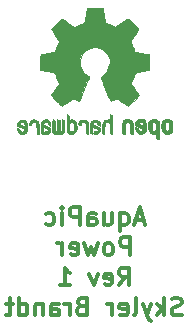
<source format=gbo>
G04 #@! TF.FileFunction,Legend,Bot*
%FSLAX46Y46*%
G04 Gerber Fmt 4.6, Leading zero omitted, Abs format (unit mm)*
G04 Created by KiCad (PCBNEW 4.0.4-stable) date 11/14/16 12:13:18*
%MOMM*%
%LPD*%
G01*
G04 APERTURE LIST*
%ADD10C,0.150000*%
%ADD11C,0.300000*%
%ADD12C,0.010000*%
G04 APERTURE END LIST*
D10*
D11*
X54142857Y30575000D02*
X53428571Y30575000D01*
X54285714Y30146429D02*
X53785714Y31646429D01*
X53285714Y30146429D01*
X52142857Y31146429D02*
X52142857Y29646429D01*
X52142857Y30217857D02*
X52285714Y30146429D01*
X52571428Y30146429D01*
X52714286Y30217857D01*
X52785714Y30289286D01*
X52857143Y30432143D01*
X52857143Y30860714D01*
X52785714Y31003571D01*
X52714286Y31075000D01*
X52571428Y31146429D01*
X52285714Y31146429D01*
X52142857Y31075000D01*
X50785714Y31146429D02*
X50785714Y30146429D01*
X51428571Y31146429D02*
X51428571Y30360714D01*
X51357143Y30217857D01*
X51214285Y30146429D01*
X51000000Y30146429D01*
X50857143Y30217857D01*
X50785714Y30289286D01*
X49428571Y30146429D02*
X49428571Y30932143D01*
X49500000Y31075000D01*
X49642857Y31146429D01*
X49928571Y31146429D01*
X50071428Y31075000D01*
X49428571Y30217857D02*
X49571428Y30146429D01*
X49928571Y30146429D01*
X50071428Y30217857D01*
X50142857Y30360714D01*
X50142857Y30503571D01*
X50071428Y30646429D01*
X49928571Y30717857D01*
X49571428Y30717857D01*
X49428571Y30789286D01*
X48714285Y30146429D02*
X48714285Y31646429D01*
X48142857Y31646429D01*
X47999999Y31575000D01*
X47928571Y31503571D01*
X47857142Y31360714D01*
X47857142Y31146429D01*
X47928571Y31003571D01*
X47999999Y30932143D01*
X48142857Y30860714D01*
X48714285Y30860714D01*
X47214285Y30146429D02*
X47214285Y31146429D01*
X47214285Y31646429D02*
X47285714Y31575000D01*
X47214285Y31503571D01*
X47142857Y31575000D01*
X47214285Y31646429D01*
X47214285Y31503571D01*
X45857142Y30217857D02*
X45999999Y30146429D01*
X46285713Y30146429D01*
X46428571Y30217857D01*
X46499999Y30289286D01*
X46571428Y30432143D01*
X46571428Y30860714D01*
X46499999Y31003571D01*
X46428571Y31075000D01*
X46285713Y31146429D01*
X45999999Y31146429D01*
X45857142Y31075000D01*
X52964285Y27596429D02*
X52964285Y29096429D01*
X52392857Y29096429D01*
X52249999Y29025000D01*
X52178571Y28953571D01*
X52107142Y28810714D01*
X52107142Y28596429D01*
X52178571Y28453571D01*
X52249999Y28382143D01*
X52392857Y28310714D01*
X52964285Y28310714D01*
X51249999Y27596429D02*
X51392857Y27667857D01*
X51464285Y27739286D01*
X51535714Y27882143D01*
X51535714Y28310714D01*
X51464285Y28453571D01*
X51392857Y28525000D01*
X51249999Y28596429D01*
X51035714Y28596429D01*
X50892857Y28525000D01*
X50821428Y28453571D01*
X50749999Y28310714D01*
X50749999Y27882143D01*
X50821428Y27739286D01*
X50892857Y27667857D01*
X51035714Y27596429D01*
X51249999Y27596429D01*
X50249999Y28596429D02*
X49964285Y27596429D01*
X49678571Y28310714D01*
X49392856Y27596429D01*
X49107142Y28596429D01*
X47964285Y27667857D02*
X48107142Y27596429D01*
X48392856Y27596429D01*
X48535713Y27667857D01*
X48607142Y27810714D01*
X48607142Y28382143D01*
X48535713Y28525000D01*
X48392856Y28596429D01*
X48107142Y28596429D01*
X47964285Y28525000D01*
X47892856Y28382143D01*
X47892856Y28239286D01*
X48607142Y28096429D01*
X47249999Y27596429D02*
X47249999Y28596429D01*
X47249999Y28310714D02*
X47178571Y28453571D01*
X47107142Y28525000D01*
X46964285Y28596429D01*
X46821428Y28596429D01*
X52035713Y25046429D02*
X52535713Y25760714D01*
X52892856Y25046429D02*
X52892856Y26546429D01*
X52321428Y26546429D01*
X52178570Y26475000D01*
X52107142Y26403571D01*
X52035713Y26260714D01*
X52035713Y26046429D01*
X52107142Y25903571D01*
X52178570Y25832143D01*
X52321428Y25760714D01*
X52892856Y25760714D01*
X50821428Y25117857D02*
X50964285Y25046429D01*
X51249999Y25046429D01*
X51392856Y25117857D01*
X51464285Y25260714D01*
X51464285Y25832143D01*
X51392856Y25975000D01*
X51249999Y26046429D01*
X50964285Y26046429D01*
X50821428Y25975000D01*
X50749999Y25832143D01*
X50749999Y25689286D01*
X51464285Y25546429D01*
X50249999Y26046429D02*
X49892856Y25046429D01*
X49535714Y26046429D01*
X47035714Y25046429D02*
X47892857Y25046429D01*
X47464285Y25046429D02*
X47464285Y26546429D01*
X47607142Y26332143D01*
X47750000Y26189286D01*
X47892857Y26117857D01*
X57357142Y22567857D02*
X57142856Y22496429D01*
X56785713Y22496429D01*
X56642856Y22567857D01*
X56571427Y22639286D01*
X56499999Y22782143D01*
X56499999Y22925000D01*
X56571427Y23067857D01*
X56642856Y23139286D01*
X56785713Y23210714D01*
X57071427Y23282143D01*
X57214285Y23353571D01*
X57285713Y23425000D01*
X57357142Y23567857D01*
X57357142Y23710714D01*
X57285713Y23853571D01*
X57214285Y23925000D01*
X57071427Y23996429D01*
X56714285Y23996429D01*
X56499999Y23925000D01*
X55857142Y22496429D02*
X55857142Y23996429D01*
X55714285Y23067857D02*
X55285714Y22496429D01*
X55285714Y23496429D02*
X55857142Y22925000D01*
X54785713Y23496429D02*
X54428570Y22496429D01*
X54071428Y23496429D02*
X54428570Y22496429D01*
X54571428Y22139286D01*
X54642856Y22067857D01*
X54785713Y21996429D01*
X53285713Y22496429D02*
X53428571Y22567857D01*
X53499999Y22710714D01*
X53499999Y23996429D01*
X52142857Y22567857D02*
X52285714Y22496429D01*
X52571428Y22496429D01*
X52714285Y22567857D01*
X52785714Y22710714D01*
X52785714Y23282143D01*
X52714285Y23425000D01*
X52571428Y23496429D01*
X52285714Y23496429D01*
X52142857Y23425000D01*
X52071428Y23282143D01*
X52071428Y23139286D01*
X52785714Y22996429D01*
X51428571Y22496429D02*
X51428571Y23496429D01*
X51428571Y23210714D02*
X51357143Y23353571D01*
X51285714Y23425000D01*
X51142857Y23496429D01*
X51000000Y23496429D01*
X48857143Y23282143D02*
X48642857Y23210714D01*
X48571429Y23139286D01*
X48500000Y22996429D01*
X48500000Y22782143D01*
X48571429Y22639286D01*
X48642857Y22567857D01*
X48785715Y22496429D01*
X49357143Y22496429D01*
X49357143Y23996429D01*
X48857143Y23996429D01*
X48714286Y23925000D01*
X48642857Y23853571D01*
X48571429Y23710714D01*
X48571429Y23567857D01*
X48642857Y23425000D01*
X48714286Y23353571D01*
X48857143Y23282143D01*
X49357143Y23282143D01*
X47857143Y22496429D02*
X47857143Y23496429D01*
X47857143Y23210714D02*
X47785715Y23353571D01*
X47714286Y23425000D01*
X47571429Y23496429D01*
X47428572Y23496429D01*
X46285715Y22496429D02*
X46285715Y23282143D01*
X46357144Y23425000D01*
X46500001Y23496429D01*
X46785715Y23496429D01*
X46928572Y23425000D01*
X46285715Y22567857D02*
X46428572Y22496429D01*
X46785715Y22496429D01*
X46928572Y22567857D01*
X47000001Y22710714D01*
X47000001Y22853571D01*
X46928572Y22996429D01*
X46785715Y23067857D01*
X46428572Y23067857D01*
X46285715Y23139286D01*
X45571429Y23496429D02*
X45571429Y22496429D01*
X45571429Y23353571D02*
X45500001Y23425000D01*
X45357143Y23496429D01*
X45142858Y23496429D01*
X45000001Y23425000D01*
X44928572Y23282143D01*
X44928572Y22496429D01*
X43571429Y22496429D02*
X43571429Y23996429D01*
X43571429Y22567857D02*
X43714286Y22496429D01*
X44000000Y22496429D01*
X44142858Y22567857D01*
X44214286Y22639286D01*
X44285715Y22782143D01*
X44285715Y23210714D01*
X44214286Y23353571D01*
X44142858Y23425000D01*
X44000000Y23496429D01*
X43714286Y23496429D01*
X43571429Y23425000D01*
X43071429Y23496429D02*
X42500000Y23496429D01*
X42857143Y23996429D02*
X42857143Y22710714D01*
X42785715Y22567857D01*
X42642857Y22496429D01*
X42500000Y22496429D01*
D12*
G36*
X54828100Y39138097D02*
X54716550Y39082478D01*
X54618092Y38980069D01*
X54590977Y38942136D01*
X54561438Y38892500D01*
X54542272Y38838588D01*
X54531307Y38766636D01*
X54526371Y38662878D01*
X54525287Y38525899D01*
X54530182Y38338185D01*
X54547196Y38197242D01*
X54579823Y38092092D01*
X54631558Y38011757D01*
X54705896Y37945259D01*
X54711358Y37941322D01*
X54784620Y37901047D01*
X54872840Y37881120D01*
X54985038Y37876207D01*
X55167433Y37876207D01*
X55167509Y37699143D01*
X55169207Y37600530D01*
X55179550Y37542686D01*
X55206578Y37507994D01*
X55258332Y37478836D01*
X55270761Y37472879D01*
X55328923Y37444961D01*
X55373956Y37427328D01*
X55407441Y37425806D01*
X55430962Y37446219D01*
X55446100Y37494393D01*
X55454437Y37576154D01*
X55457556Y37697328D01*
X55457040Y37863740D01*
X55454471Y38081215D01*
X55453668Y38146264D01*
X55450778Y38370498D01*
X55448188Y38517179D01*
X55167586Y38517179D01*
X55166009Y38392674D01*
X55159000Y38311213D01*
X55143142Y38257485D01*
X55115019Y38216177D01*
X55095925Y38196029D01*
X55017865Y38137079D01*
X54948753Y38132280D01*
X54877440Y38180962D01*
X54875632Y38182759D01*
X54846617Y38220382D01*
X54828967Y38271516D01*
X54820064Y38350262D01*
X54817291Y38470724D01*
X54817241Y38497412D01*
X54823942Y38663417D01*
X54845752Y38778495D01*
X54885235Y38848746D01*
X54944956Y38880271D01*
X54979472Y38883448D01*
X55061389Y38868540D01*
X55117579Y38819452D01*
X55151402Y38729638D01*
X55166220Y38592555D01*
X55167586Y38517179D01*
X55448188Y38517179D01*
X55447713Y38544048D01*
X55443753Y38674618D01*
X55438174Y38769913D01*
X55430254Y38837636D01*
X55419269Y38885493D01*
X55404499Y38921187D01*
X55385218Y38952422D01*
X55376951Y38964176D01*
X55267288Y39075203D01*
X55128635Y39138153D01*
X54968246Y39155703D01*
X54828100Y39138097D01*
X54828100Y39138097D01*
G37*
X54828100Y39138097D02*
X54716550Y39082478D01*
X54618092Y38980069D01*
X54590977Y38942136D01*
X54561438Y38892500D01*
X54542272Y38838588D01*
X54531307Y38766636D01*
X54526371Y38662878D01*
X54525287Y38525899D01*
X54530182Y38338185D01*
X54547196Y38197242D01*
X54579823Y38092092D01*
X54631558Y38011757D01*
X54705896Y37945259D01*
X54711358Y37941322D01*
X54784620Y37901047D01*
X54872840Y37881120D01*
X54985038Y37876207D01*
X55167433Y37876207D01*
X55167509Y37699143D01*
X55169207Y37600530D01*
X55179550Y37542686D01*
X55206578Y37507994D01*
X55258332Y37478836D01*
X55270761Y37472879D01*
X55328923Y37444961D01*
X55373956Y37427328D01*
X55407441Y37425806D01*
X55430962Y37446219D01*
X55446100Y37494393D01*
X55454437Y37576154D01*
X55457556Y37697328D01*
X55457040Y37863740D01*
X55454471Y38081215D01*
X55453668Y38146264D01*
X55450778Y38370498D01*
X55448188Y38517179D01*
X55167586Y38517179D01*
X55166009Y38392674D01*
X55159000Y38311213D01*
X55143142Y38257485D01*
X55115019Y38216177D01*
X55095925Y38196029D01*
X55017865Y38137079D01*
X54948753Y38132280D01*
X54877440Y38180962D01*
X54875632Y38182759D01*
X54846617Y38220382D01*
X54828967Y38271516D01*
X54820064Y38350262D01*
X54817291Y38470724D01*
X54817241Y38497412D01*
X54823942Y38663417D01*
X54845752Y38778495D01*
X54885235Y38848746D01*
X54944956Y38880271D01*
X54979472Y38883448D01*
X55061389Y38868540D01*
X55117579Y38819452D01*
X55151402Y38729638D01*
X55166220Y38592555D01*
X55167586Y38517179D01*
X55448188Y38517179D01*
X55447713Y38544048D01*
X55443753Y38674618D01*
X55438174Y38769913D01*
X55430254Y38837636D01*
X55419269Y38885493D01*
X55404499Y38921187D01*
X55385218Y38952422D01*
X55376951Y38964176D01*
X55267288Y39075203D01*
X55128635Y39138153D01*
X54968246Y39155703D01*
X54828100Y39138097D01*
G36*
X52582571Y39122281D02*
X52488877Y39068086D01*
X52423736Y39014293D01*
X52376093Y38957934D01*
X52343272Y38889013D01*
X52322594Y38797532D01*
X52311380Y38673494D01*
X52306951Y38506902D01*
X52306437Y38387149D01*
X52306437Y37946341D01*
X52430517Y37890717D01*
X52554598Y37835093D01*
X52569195Y38317905D01*
X52575227Y38498221D01*
X52581555Y38629099D01*
X52589394Y38719489D01*
X52599963Y38778336D01*
X52614477Y38814587D01*
X52634152Y38837190D01*
X52640465Y38842083D01*
X52736112Y38880294D01*
X52832793Y38865173D01*
X52890345Y38825057D01*
X52913755Y38796630D01*
X52929961Y38759328D01*
X52940259Y38702777D01*
X52945951Y38616606D01*
X52948336Y38490442D01*
X52948736Y38358958D01*
X52948814Y38194001D01*
X52951639Y38077239D01*
X52961093Y37998490D01*
X52981060Y37947569D01*
X53015424Y37914294D01*
X53068068Y37888480D01*
X53138383Y37861656D01*
X53215180Y37832458D01*
X53206038Y38350654D01*
X53202357Y38537461D01*
X53198050Y38675510D01*
X53191877Y38774432D01*
X53182598Y38843855D01*
X53168973Y38893410D01*
X53149761Y38932727D01*
X53126598Y38967416D01*
X53014848Y39078230D01*
X52878487Y39142311D01*
X52730175Y39157661D01*
X52582571Y39122281D01*
X52582571Y39122281D01*
G37*
X52582571Y39122281D02*
X52488877Y39068086D01*
X52423736Y39014293D01*
X52376093Y38957934D01*
X52343272Y38889013D01*
X52322594Y38797532D01*
X52311380Y38673494D01*
X52306951Y38506902D01*
X52306437Y38387149D01*
X52306437Y37946341D01*
X52430517Y37890717D01*
X52554598Y37835093D01*
X52569195Y38317905D01*
X52575227Y38498221D01*
X52581555Y38629099D01*
X52589394Y38719489D01*
X52599963Y38778336D01*
X52614477Y38814587D01*
X52634152Y38837190D01*
X52640465Y38842083D01*
X52736112Y38880294D01*
X52832793Y38865173D01*
X52890345Y38825057D01*
X52913755Y38796630D01*
X52929961Y38759328D01*
X52940259Y38702777D01*
X52945951Y38616606D01*
X52948336Y38490442D01*
X52948736Y38358958D01*
X52948814Y38194001D01*
X52951639Y38077239D01*
X52961093Y37998490D01*
X52981060Y37947569D01*
X53015424Y37914294D01*
X53068068Y37888480D01*
X53138383Y37861656D01*
X53215180Y37832458D01*
X53206038Y38350654D01*
X53202357Y38537461D01*
X53198050Y38675510D01*
X53191877Y38774432D01*
X53182598Y38843855D01*
X53168973Y38893410D01*
X53149761Y38932727D01*
X53126598Y38967416D01*
X53014848Y39078230D01*
X52878487Y39142311D01*
X52730175Y39157661D01*
X52582571Y39122281D01*
G36*
X55951779Y39133985D02*
X55814939Y39062032D01*
X55713949Y38946234D01*
X55678075Y38871787D01*
X55650161Y38760008D01*
X55635871Y38618773D01*
X55634516Y38464629D01*
X55645405Y38314121D01*
X55667847Y38183795D01*
X55701150Y38090197D01*
X55711385Y38074078D01*
X55832618Y37953751D01*
X55976613Y37881683D01*
X56132861Y37860592D01*
X56290852Y37893198D01*
X56334820Y37912747D01*
X56420444Y37972988D01*
X56495592Y38052865D01*
X56502694Y38062996D01*
X56531561Y38111819D01*
X56550643Y38164010D01*
X56561916Y38232715D01*
X56567355Y38331082D01*
X56568938Y38472256D01*
X56568965Y38503908D01*
X56568893Y38513981D01*
X56277011Y38513981D01*
X56275313Y38380744D01*
X56268628Y38292326D01*
X56254575Y38235215D01*
X56230771Y38195898D01*
X56218621Y38182759D01*
X56148764Y38132828D01*
X56080941Y38135105D01*
X56012365Y38178416D01*
X55971465Y38224654D01*
X55947242Y38292143D01*
X55933639Y38398567D01*
X55932706Y38410980D01*
X55930384Y38603853D01*
X55954650Y38747100D01*
X56005176Y38839840D01*
X56081632Y38881193D01*
X56108924Y38883448D01*
X56180589Y38872107D01*
X56229610Y38832816D01*
X56259582Y38757674D01*
X56274101Y38638778D01*
X56277011Y38513981D01*
X56568893Y38513981D01*
X56567878Y38654341D01*
X56563312Y38759451D01*
X56553312Y38832286D01*
X56535921Y38885892D01*
X56509184Y38933319D01*
X56503276Y38942136D01*
X56403968Y39060993D01*
X56295758Y39129992D01*
X56164019Y39157381D01*
X56119283Y39158719D01*
X55951779Y39133985D01*
X55951779Y39133985D01*
G37*
X55951779Y39133985D02*
X55814939Y39062032D01*
X55713949Y38946234D01*
X55678075Y38871787D01*
X55650161Y38760008D01*
X55635871Y38618773D01*
X55634516Y38464629D01*
X55645405Y38314121D01*
X55667847Y38183795D01*
X55701150Y38090197D01*
X55711385Y38074078D01*
X55832618Y37953751D01*
X55976613Y37881683D01*
X56132861Y37860592D01*
X56290852Y37893198D01*
X56334820Y37912747D01*
X56420444Y37972988D01*
X56495592Y38052865D01*
X56502694Y38062996D01*
X56531561Y38111819D01*
X56550643Y38164010D01*
X56561916Y38232715D01*
X56567355Y38331082D01*
X56568938Y38472256D01*
X56568965Y38503908D01*
X56568893Y38513981D01*
X56277011Y38513981D01*
X56275313Y38380744D01*
X56268628Y38292326D01*
X56254575Y38235215D01*
X56230771Y38195898D01*
X56218621Y38182759D01*
X56148764Y38132828D01*
X56080941Y38135105D01*
X56012365Y38178416D01*
X55971465Y38224654D01*
X55947242Y38292143D01*
X55933639Y38398567D01*
X55932706Y38410980D01*
X55930384Y38603853D01*
X55954650Y38747100D01*
X56005176Y38839840D01*
X56081632Y38881193D01*
X56108924Y38883448D01*
X56180589Y38872107D01*
X56229610Y38832816D01*
X56259582Y38757674D01*
X56274101Y38638778D01*
X56277011Y38513981D01*
X56568893Y38513981D01*
X56567878Y38654341D01*
X56563312Y38759451D01*
X56553312Y38832286D01*
X56535921Y38885892D01*
X56509184Y38933319D01*
X56503276Y38942136D01*
X56403968Y39060993D01*
X56295758Y39129992D01*
X56164019Y39157381D01*
X56119283Y39158719D01*
X55951779Y39133985D01*
G36*
X53684448Y39115324D02*
X53569342Y39037889D01*
X53480389Y38926051D01*
X53427251Y38783735D01*
X53416503Y38678985D01*
X53417724Y38635274D01*
X53427944Y38601806D01*
X53456039Y38571821D01*
X53510884Y38538560D01*
X53601355Y38495262D01*
X53736328Y38435167D01*
X53737011Y38434866D01*
X53861249Y38377963D01*
X53963127Y38327435D01*
X54032233Y38288720D01*
X54058154Y38267260D01*
X54058161Y38267087D01*
X54035315Y38220356D01*
X53981891Y38168846D01*
X53920558Y38131739D01*
X53889485Y38124368D01*
X53804711Y38149862D01*
X53731707Y38213709D01*
X53696087Y38283906D01*
X53661820Y38335657D01*
X53594697Y38394591D01*
X53515792Y38445504D01*
X53446179Y38473191D01*
X53431623Y38474713D01*
X53415237Y38449679D01*
X53414250Y38385689D01*
X53426292Y38299407D01*
X53448993Y38207499D01*
X53479986Y38126631D01*
X53481552Y38123491D01*
X53574819Y37993266D01*
X53695696Y37904689D01*
X53832973Y37861214D01*
X53975440Y37866294D01*
X54111888Y37923384D01*
X54117955Y37927398D01*
X54225290Y38024674D01*
X54295868Y38151591D01*
X54334926Y38318474D01*
X54340168Y38365361D01*
X54349452Y38586671D01*
X54338322Y38689876D01*
X54058161Y38689876D01*
X54054521Y38625497D01*
X54034611Y38606709D01*
X53984974Y38620765D01*
X53906733Y38653991D01*
X53819274Y38695641D01*
X53817101Y38696744D01*
X53742970Y38735735D01*
X53713219Y38761756D01*
X53720555Y38789035D01*
X53751447Y38824879D01*
X53830040Y38876749D01*
X53914677Y38880561D01*
X53990597Y38842811D01*
X54043035Y38769999D01*
X54058161Y38689876D01*
X54338322Y38689876D01*
X54330356Y38763739D01*
X54281366Y38904171D01*
X54213164Y39002553D01*
X54090065Y39101970D01*
X53954472Y39151289D01*
X53816045Y39154432D01*
X53684448Y39115324D01*
X53684448Y39115324D01*
G37*
X53684448Y39115324D02*
X53569342Y39037889D01*
X53480389Y38926051D01*
X53427251Y38783735D01*
X53416503Y38678985D01*
X53417724Y38635274D01*
X53427944Y38601806D01*
X53456039Y38571821D01*
X53510884Y38538560D01*
X53601355Y38495262D01*
X53736328Y38435167D01*
X53737011Y38434866D01*
X53861249Y38377963D01*
X53963127Y38327435D01*
X54032233Y38288720D01*
X54058154Y38267260D01*
X54058161Y38267087D01*
X54035315Y38220356D01*
X53981891Y38168846D01*
X53920558Y38131739D01*
X53889485Y38124368D01*
X53804711Y38149862D01*
X53731707Y38213709D01*
X53696087Y38283906D01*
X53661820Y38335657D01*
X53594697Y38394591D01*
X53515792Y38445504D01*
X53446179Y38473191D01*
X53431623Y38474713D01*
X53415237Y38449679D01*
X53414250Y38385689D01*
X53426292Y38299407D01*
X53448993Y38207499D01*
X53479986Y38126631D01*
X53481552Y38123491D01*
X53574819Y37993266D01*
X53695696Y37904689D01*
X53832973Y37861214D01*
X53975440Y37866294D01*
X54111888Y37923384D01*
X54117955Y37927398D01*
X54225290Y38024674D01*
X54295868Y38151591D01*
X54334926Y38318474D01*
X54340168Y38365361D01*
X54349452Y38586671D01*
X54338322Y38689876D01*
X54058161Y38689876D01*
X54054521Y38625497D01*
X54034611Y38606709D01*
X53984974Y38620765D01*
X53906733Y38653991D01*
X53819274Y38695641D01*
X53817101Y38696744D01*
X53742970Y38735735D01*
X53713219Y38761756D01*
X53720555Y38789035D01*
X53751447Y38824879D01*
X53830040Y38876749D01*
X53914677Y38880561D01*
X53990597Y38842811D01*
X54043035Y38769999D01*
X54058161Y38689876D01*
X54338322Y38689876D01*
X54330356Y38763739D01*
X54281366Y38904171D01*
X54213164Y39002553D01*
X54090065Y39101970D01*
X53954472Y39151289D01*
X53816045Y39154432D01*
X53684448Y39115324D01*
G36*
X51255402Y39276143D02*
X51246846Y39156812D01*
X51237019Y39086494D01*
X51223401Y39055821D01*
X51203473Y39055429D01*
X51197011Y39059090D01*
X51111060Y39085602D01*
X50999255Y39084054D01*
X50885586Y39056801D01*
X50814490Y39021545D01*
X50741595Y38965222D01*
X50688307Y38901481D01*
X50651725Y38820490D01*
X50628950Y38712414D01*
X50617081Y38567420D01*
X50613218Y38375674D01*
X50613149Y38338891D01*
X50613103Y37925712D01*
X50705046Y37893661D01*
X50770348Y37871856D01*
X50806176Y37861703D01*
X50807230Y37861609D01*
X50810758Y37889140D01*
X50813761Y37965077D01*
X50816010Y38079435D01*
X50817276Y38222231D01*
X50817471Y38309049D01*
X50817877Y38480227D01*
X50819968Y38602912D01*
X50825053Y38687000D01*
X50834440Y38742386D01*
X50849439Y38778968D01*
X50871358Y38806641D01*
X50885043Y38819968D01*
X50979051Y38873672D01*
X51081636Y38877693D01*
X51174710Y38832275D01*
X51191922Y38815877D01*
X51217168Y38785043D01*
X51234680Y38748469D01*
X51245858Y38695585D01*
X51252104Y38615823D01*
X51254818Y38498615D01*
X51255402Y38337009D01*
X51255402Y37925712D01*
X51347345Y37893661D01*
X51412647Y37871856D01*
X51448475Y37861703D01*
X51449529Y37861609D01*
X51452225Y37889552D01*
X51454655Y37968370D01*
X51456722Y38090547D01*
X51458329Y38248568D01*
X51459377Y38434917D01*
X51459769Y38642080D01*
X51459770Y38651294D01*
X51459770Y39440980D01*
X51364885Y39481003D01*
X51270000Y39521027D01*
X51255402Y39276143D01*
X51255402Y39276143D01*
G37*
X51255402Y39276143D02*
X51246846Y39156812D01*
X51237019Y39086494D01*
X51223401Y39055821D01*
X51203473Y39055429D01*
X51197011Y39059090D01*
X51111060Y39085602D01*
X50999255Y39084054D01*
X50885586Y39056801D01*
X50814490Y39021545D01*
X50741595Y38965222D01*
X50688307Y38901481D01*
X50651725Y38820490D01*
X50628950Y38712414D01*
X50617081Y38567420D01*
X50613218Y38375674D01*
X50613149Y38338891D01*
X50613103Y37925712D01*
X50705046Y37893661D01*
X50770348Y37871856D01*
X50806176Y37861703D01*
X50807230Y37861609D01*
X50810758Y37889140D01*
X50813761Y37965077D01*
X50816010Y38079435D01*
X50817276Y38222231D01*
X50817471Y38309049D01*
X50817877Y38480227D01*
X50819968Y38602912D01*
X50825053Y38687000D01*
X50834440Y38742386D01*
X50849439Y38778968D01*
X50871358Y38806641D01*
X50885043Y38819968D01*
X50979051Y38873672D01*
X51081636Y38877693D01*
X51174710Y38832275D01*
X51191922Y38815877D01*
X51217168Y38785043D01*
X51234680Y38748469D01*
X51245858Y38695585D01*
X51252104Y38615823D01*
X51254818Y38498615D01*
X51255402Y38337009D01*
X51255402Y37925712D01*
X51347345Y37893661D01*
X51412647Y37871856D01*
X51448475Y37861703D01*
X51449529Y37861609D01*
X51452225Y37889552D01*
X51454655Y37968370D01*
X51456722Y38090547D01*
X51458329Y38248568D01*
X51459377Y38434917D01*
X51459769Y38642080D01*
X51459770Y38651294D01*
X51459770Y39440980D01*
X51364885Y39481003D01*
X51270000Y39521027D01*
X51255402Y39276143D01*
G36*
X49920056Y39075640D02*
X49805657Y39033158D01*
X49804348Y39032342D01*
X49733597Y38980270D01*
X49681364Y38919416D01*
X49644629Y38840113D01*
X49620366Y38732691D01*
X49605555Y38587483D01*
X49597171Y38394821D01*
X49596436Y38367372D01*
X49585880Y37953479D01*
X49674709Y37907544D01*
X49738982Y37876502D01*
X49777790Y37861794D01*
X49779585Y37861609D01*
X49786300Y37888750D01*
X49791635Y37961959D01*
X49794917Y38068919D01*
X49795632Y38155531D01*
X49795649Y38295838D01*
X49802063Y38383949D01*
X49824420Y38425975D01*
X49872268Y38428025D01*
X49955151Y38396210D01*
X50080287Y38337728D01*
X50172303Y38289155D01*
X50219629Y38247014D01*
X50233542Y38201084D01*
X50233563Y38198811D01*
X50210605Y38119689D01*
X50142630Y38076945D01*
X50038602Y38070754D01*
X49963670Y38071828D01*
X49924161Y38050247D01*
X49899522Y37998409D01*
X49885341Y37932368D01*
X49905777Y37894896D01*
X49913472Y37889533D01*
X49985917Y37867994D01*
X50087367Y37864945D01*
X50191843Y37879222D01*
X50265875Y37905312D01*
X50368228Y37992215D01*
X50426409Y38113184D01*
X50437931Y38207692D01*
X50429138Y38292938D01*
X50397320Y38362524D01*
X50334316Y38424328D01*
X50231969Y38486228D01*
X50082118Y38556103D01*
X50072988Y38560052D01*
X49938003Y38622412D01*
X49854706Y38673554D01*
X49819003Y38719512D01*
X49826797Y38766317D01*
X49873993Y38820002D01*
X49888106Y38832356D01*
X49982641Y38880259D01*
X50080594Y38878242D01*
X50165903Y38831276D01*
X50222504Y38744331D01*
X50227763Y38727266D01*
X50278977Y38644496D01*
X50343963Y38604628D01*
X50437931Y38565118D01*
X50437931Y38667342D01*
X50409347Y38815928D01*
X50324505Y38952216D01*
X50280355Y38997809D01*
X50179995Y39056326D01*
X50052365Y39082816D01*
X49920056Y39075640D01*
X49920056Y39075640D01*
G37*
X49920056Y39075640D02*
X49805657Y39033158D01*
X49804348Y39032342D01*
X49733597Y38980270D01*
X49681364Y38919416D01*
X49644629Y38840113D01*
X49620366Y38732691D01*
X49605555Y38587483D01*
X49597171Y38394821D01*
X49596436Y38367372D01*
X49585880Y37953479D01*
X49674709Y37907544D01*
X49738982Y37876502D01*
X49777790Y37861794D01*
X49779585Y37861609D01*
X49786300Y37888750D01*
X49791635Y37961959D01*
X49794917Y38068919D01*
X49795632Y38155531D01*
X49795649Y38295838D01*
X49802063Y38383949D01*
X49824420Y38425975D01*
X49872268Y38428025D01*
X49955151Y38396210D01*
X50080287Y38337728D01*
X50172303Y38289155D01*
X50219629Y38247014D01*
X50233542Y38201084D01*
X50233563Y38198811D01*
X50210605Y38119689D01*
X50142630Y38076945D01*
X50038602Y38070754D01*
X49963670Y38071828D01*
X49924161Y38050247D01*
X49899522Y37998409D01*
X49885341Y37932368D01*
X49905777Y37894896D01*
X49913472Y37889533D01*
X49985917Y37867994D01*
X50087367Y37864945D01*
X50191843Y37879222D01*
X50265875Y37905312D01*
X50368228Y37992215D01*
X50426409Y38113184D01*
X50437931Y38207692D01*
X50429138Y38292938D01*
X50397320Y38362524D01*
X50334316Y38424328D01*
X50231969Y38486228D01*
X50082118Y38556103D01*
X50072988Y38560052D01*
X49938003Y38622412D01*
X49854706Y38673554D01*
X49819003Y38719512D01*
X49826797Y38766317D01*
X49873993Y38820002D01*
X49888106Y38832356D01*
X49982641Y38880259D01*
X50080594Y38878242D01*
X50165903Y38831276D01*
X50222504Y38744331D01*
X50227763Y38727266D01*
X50278977Y38644496D01*
X50343963Y38604628D01*
X50437931Y38565118D01*
X50437931Y38667342D01*
X50409347Y38815928D01*
X50324505Y38952216D01*
X50280355Y38997809D01*
X50179995Y39056326D01*
X50052365Y39082816D01*
X49920056Y39075640D01*
G36*
X48934057Y39078080D02*
X48801435Y39029141D01*
X48693990Y38942581D01*
X48651968Y38881648D01*
X48606157Y38769839D01*
X48607109Y38688994D01*
X48655192Y38634622D01*
X48672983Y38625376D01*
X48749796Y38596550D01*
X48789024Y38603935D01*
X48802311Y38652342D01*
X48802988Y38679080D01*
X48827314Y38777452D01*
X48890719Y38846266D01*
X48978846Y38879502D01*
X49077337Y38871139D01*
X49157398Y38827704D01*
X49184439Y38802928D01*
X49203606Y38772871D01*
X49216554Y38727435D01*
X49224936Y38656524D01*
X49230407Y38550040D01*
X49234622Y38397888D01*
X49235713Y38349713D01*
X49239693Y38184905D01*
X49244219Y38068912D01*
X49251005Y37992167D01*
X49261769Y37945107D01*
X49278227Y37918165D01*
X49302094Y37901777D01*
X49317374Y37894537D01*
X49382267Y37869780D01*
X49420466Y37861609D01*
X49433088Y37888897D01*
X49440792Y37971397D01*
X49443620Y38110059D01*
X49441614Y38305838D01*
X49440989Y38336035D01*
X49436579Y38514651D01*
X49431365Y38645077D01*
X49423945Y38737508D01*
X49412918Y38802142D01*
X49396883Y38849175D01*
X49374439Y38888804D01*
X49362698Y38905785D01*
X49295381Y38980920D01*
X49220090Y39039362D01*
X49210872Y39044464D01*
X49075867Y39084740D01*
X48934057Y39078080D01*
X48934057Y39078080D01*
G37*
X48934057Y39078080D02*
X48801435Y39029141D01*
X48693990Y38942581D01*
X48651968Y38881648D01*
X48606157Y38769839D01*
X48607109Y38688994D01*
X48655192Y38634622D01*
X48672983Y38625376D01*
X48749796Y38596550D01*
X48789024Y38603935D01*
X48802311Y38652342D01*
X48802988Y38679080D01*
X48827314Y38777452D01*
X48890719Y38846266D01*
X48978846Y38879502D01*
X49077337Y38871139D01*
X49157398Y38827704D01*
X49184439Y38802928D01*
X49203606Y38772871D01*
X49216554Y38727435D01*
X49224936Y38656524D01*
X49230407Y38550040D01*
X49234622Y38397888D01*
X49235713Y38349713D01*
X49239693Y38184905D01*
X49244219Y38068912D01*
X49251005Y37992167D01*
X49261769Y37945107D01*
X49278227Y37918165D01*
X49302094Y37901777D01*
X49317374Y37894537D01*
X49382267Y37869780D01*
X49420466Y37861609D01*
X49433088Y37888897D01*
X49440792Y37971397D01*
X49443620Y38110059D01*
X49441614Y38305838D01*
X49440989Y38336035D01*
X49436579Y38514651D01*
X49431365Y38645077D01*
X49423945Y38737508D01*
X49412918Y38802142D01*
X49396883Y38849175D01*
X49374439Y38888804D01*
X49362698Y38905785D01*
X49295381Y38980920D01*
X49220090Y39039362D01*
X49210872Y39044464D01*
X49075867Y39084740D01*
X48934057Y39078080D01*
G36*
X47606086Y38845545D02*
X47606457Y38627339D01*
X47607892Y38459481D01*
X47610998Y38333930D01*
X47616378Y38242645D01*
X47624638Y38177585D01*
X47636384Y38130709D01*
X47652219Y38093976D01*
X47664210Y38073009D01*
X47763510Y37959306D01*
X47889412Y37888035D01*
X48028709Y37862462D01*
X48168195Y37885850D01*
X48251257Y37927881D01*
X48338455Y38000589D01*
X48397883Y38089388D01*
X48433739Y38205680D01*
X48450219Y38360865D01*
X48452553Y38474713D01*
X48452239Y38482894D01*
X48248276Y38482894D01*
X48247030Y38352343D01*
X48241322Y38265920D01*
X48228196Y38209382D01*
X48204694Y38168486D01*
X48176614Y38137638D01*
X48082312Y38078095D01*
X47981060Y38073008D01*
X47885364Y38122721D01*
X47877916Y38129457D01*
X47846126Y38164498D01*
X47826192Y38206189D01*
X47815400Y38268238D01*
X47811035Y38364356D01*
X47810345Y38470621D01*
X47811841Y38604120D01*
X47818036Y38693178D01*
X47831486Y38751707D01*
X47854749Y38793618D01*
X47873825Y38815877D01*
X47962437Y38872015D01*
X48064492Y38878765D01*
X48161905Y38835886D01*
X48180704Y38819968D01*
X48212707Y38784618D01*
X48232682Y38742498D01*
X48243407Y38679749D01*
X48247661Y38582513D01*
X48248276Y38482894D01*
X48452239Y38482894D01*
X48445496Y38658053D01*
X48421528Y38795805D01*
X48376452Y38899368D01*
X48306072Y38980144D01*
X48251257Y39021545D01*
X48151624Y39066272D01*
X48036145Y39087033D01*
X47928801Y39081475D01*
X47868736Y39059057D01*
X47845165Y39052677D01*
X47829523Y39076465D01*
X47818605Y39140212D01*
X47810345Y39237313D01*
X47801301Y39345459D01*
X47788739Y39410525D01*
X47765881Y39447732D01*
X47725949Y39472301D01*
X47700862Y39483181D01*
X47605977Y39522928D01*
X47606086Y38845545D01*
X47606086Y38845545D01*
G37*
X47606086Y38845545D02*
X47606457Y38627339D01*
X47607892Y38459481D01*
X47610998Y38333930D01*
X47616378Y38242645D01*
X47624638Y38177585D01*
X47636384Y38130709D01*
X47652219Y38093976D01*
X47664210Y38073009D01*
X47763510Y37959306D01*
X47889412Y37888035D01*
X48028709Y37862462D01*
X48168195Y37885850D01*
X48251257Y37927881D01*
X48338455Y38000589D01*
X48397883Y38089388D01*
X48433739Y38205680D01*
X48450219Y38360865D01*
X48452553Y38474713D01*
X48452239Y38482894D01*
X48248276Y38482894D01*
X48247030Y38352343D01*
X48241322Y38265920D01*
X48228196Y38209382D01*
X48204694Y38168486D01*
X48176614Y38137638D01*
X48082312Y38078095D01*
X47981060Y38073008D01*
X47885364Y38122721D01*
X47877916Y38129457D01*
X47846126Y38164498D01*
X47826192Y38206189D01*
X47815400Y38268238D01*
X47811035Y38364356D01*
X47810345Y38470621D01*
X47811841Y38604120D01*
X47818036Y38693178D01*
X47831486Y38751707D01*
X47854749Y38793618D01*
X47873825Y38815877D01*
X47962437Y38872015D01*
X48064492Y38878765D01*
X48161905Y38835886D01*
X48180704Y38819968D01*
X48212707Y38784618D01*
X48232682Y38742498D01*
X48243407Y38679749D01*
X48247661Y38582513D01*
X48248276Y38482894D01*
X48452239Y38482894D01*
X48445496Y38658053D01*
X48421528Y38795805D01*
X48376452Y38899368D01*
X48306072Y38980144D01*
X48251257Y39021545D01*
X48151624Y39066272D01*
X48036145Y39087033D01*
X47928801Y39081475D01*
X47868736Y39059057D01*
X47845165Y39052677D01*
X47829523Y39076465D01*
X47818605Y39140212D01*
X47810345Y39237313D01*
X47801301Y39345459D01*
X47788739Y39410525D01*
X47765881Y39447732D01*
X47725949Y39472301D01*
X47700862Y39483181D01*
X47605977Y39522928D01*
X47606086Y38845545D01*
G36*
X46419876Y39060160D02*
X46415421Y38983347D01*
X46411929Y38866609D01*
X46409685Y38719179D01*
X46408965Y38564545D01*
X46408965Y38041273D01*
X46501355Y37948883D01*
X46565022Y37891953D01*
X46620911Y37868893D01*
X46697298Y37870353D01*
X46727620Y37874066D01*
X46822390Y37884874D01*
X46900778Y37891067D01*
X46919885Y37891639D01*
X46984301Y37887898D01*
X47076429Y37878506D01*
X47112150Y37874066D01*
X47199886Y37867199D01*
X47258847Y37882115D01*
X47317310Y37928165D01*
X47338415Y37948883D01*
X47430805Y38041273D01*
X47430805Y39020053D01*
X47356442Y39053934D01*
X47292410Y39079030D01*
X47254948Y39087816D01*
X47245343Y39060050D01*
X47236365Y38982470D01*
X47228614Y38863652D01*
X47222686Y38712172D01*
X47219827Y38584195D01*
X47211839Y38080575D01*
X47142152Y38070722D01*
X47078771Y38077611D01*
X47047714Y38099917D01*
X47039033Y38141621D01*
X47031622Y38230456D01*
X47026069Y38355166D01*
X47022964Y38504493D01*
X47022516Y38581339D01*
X47022069Y39023713D01*
X46930126Y39055765D01*
X46865051Y39077557D01*
X46829653Y39087719D01*
X46828632Y39087816D01*
X46825080Y39060191D01*
X46821177Y38983589D01*
X46817249Y38867421D01*
X46813624Y38721096D01*
X46811092Y38584195D01*
X46803103Y38080575D01*
X46627931Y38080575D01*
X46619893Y38540035D01*
X46611854Y38999495D01*
X46526457Y39043656D01*
X46463407Y39073981D01*
X46426090Y39087742D01*
X46425013Y39087816D01*
X46419876Y39060160D01*
X46419876Y39060160D01*
G37*
X46419876Y39060160D02*
X46415421Y38983347D01*
X46411929Y38866609D01*
X46409685Y38719179D01*
X46408965Y38564545D01*
X46408965Y38041273D01*
X46501355Y37948883D01*
X46565022Y37891953D01*
X46620911Y37868893D01*
X46697298Y37870353D01*
X46727620Y37874066D01*
X46822390Y37884874D01*
X46900778Y37891067D01*
X46919885Y37891639D01*
X46984301Y37887898D01*
X47076429Y37878506D01*
X47112150Y37874066D01*
X47199886Y37867199D01*
X47258847Y37882115D01*
X47317310Y37928165D01*
X47338415Y37948883D01*
X47430805Y38041273D01*
X47430805Y39020053D01*
X47356442Y39053934D01*
X47292410Y39079030D01*
X47254948Y39087816D01*
X47245343Y39060050D01*
X47236365Y38982470D01*
X47228614Y38863652D01*
X47222686Y38712172D01*
X47219827Y38584195D01*
X47211839Y38080575D01*
X47142152Y38070722D01*
X47078771Y38077611D01*
X47047714Y38099917D01*
X47039033Y38141621D01*
X47031622Y38230456D01*
X47026069Y38355166D01*
X47022964Y38504493D01*
X47022516Y38581339D01*
X47022069Y39023713D01*
X46930126Y39055765D01*
X46865051Y39077557D01*
X46829653Y39087719D01*
X46828632Y39087816D01*
X46825080Y39060191D01*
X46821177Y38983589D01*
X46817249Y38867421D01*
X46813624Y38721096D01*
X46811092Y38584195D01*
X46803103Y38080575D01*
X46627931Y38080575D01*
X46619893Y38540035D01*
X46611854Y38999495D01*
X46526457Y39043656D01*
X46463407Y39073981D01*
X46426090Y39087742D01*
X46425013Y39087816D01*
X46419876Y39060160D01*
G36*
X45685594Y39064844D02*
X45601531Y39026607D01*
X45535550Y38980274D01*
X45487206Y38928468D01*
X45453828Y38861637D01*
X45432747Y38770231D01*
X45421293Y38644699D01*
X45416797Y38475492D01*
X45416322Y38364067D01*
X45416322Y37929373D01*
X45490684Y37895491D01*
X45549254Y37870728D01*
X45578270Y37861609D01*
X45583821Y37888743D01*
X45588225Y37961906D01*
X45590922Y38068737D01*
X45591494Y38153563D01*
X45593954Y38276113D01*
X45600588Y38373332D01*
X45610274Y38432866D01*
X45617968Y38445517D01*
X45669689Y38432598D01*
X45750883Y38399461D01*
X45844898Y38354539D01*
X45935083Y38306265D01*
X46004785Y38263072D01*
X46037352Y38233392D01*
X46037481Y38233071D01*
X46034680Y38178143D01*
X46009561Y38125708D01*
X45965459Y38083119D01*
X45901091Y38068874D01*
X45846079Y38070534D01*
X45768165Y38071755D01*
X45727268Y38053502D01*
X45702705Y38005274D01*
X45699608Y37996180D01*
X45688960Y37927402D01*
X45717435Y37885640D01*
X45791656Y37865737D01*
X45871832Y37862056D01*
X46016110Y37889342D01*
X46090797Y37928310D01*
X46183037Y38019852D01*
X46231957Y38132218D01*
X46236346Y38250949D01*
X46194999Y38361589D01*
X46132803Y38430920D01*
X46070706Y38469735D01*
X45973105Y38518875D01*
X45859368Y38568708D01*
X45840410Y38576323D01*
X45715479Y38631455D01*
X45643461Y38680046D01*
X45620300Y38728353D01*
X45641936Y38782630D01*
X45679080Y38825057D01*
X45766873Y38877298D01*
X45863470Y38881216D01*
X45952056Y38840959D01*
X46015814Y38760674D01*
X46024183Y38739960D01*
X46072904Y38663775D01*
X46144035Y38607215D01*
X46233793Y38560799D01*
X46233793Y38692416D01*
X46228510Y38772832D01*
X46205858Y38836214D01*
X46155633Y38903837D01*
X46107418Y38955924D01*
X46032446Y39029678D01*
X45974194Y39069298D01*
X45911628Y39085190D01*
X45840807Y39087816D01*
X45685594Y39064844D01*
X45685594Y39064844D01*
G37*
X45685594Y39064844D02*
X45601531Y39026607D01*
X45535550Y38980274D01*
X45487206Y38928468D01*
X45453828Y38861637D01*
X45432747Y38770231D01*
X45421293Y38644699D01*
X45416797Y38475492D01*
X45416322Y38364067D01*
X45416322Y37929373D01*
X45490684Y37895491D01*
X45549254Y37870728D01*
X45578270Y37861609D01*
X45583821Y37888743D01*
X45588225Y37961906D01*
X45590922Y38068737D01*
X45591494Y38153563D01*
X45593954Y38276113D01*
X45600588Y38373332D01*
X45610274Y38432866D01*
X45617968Y38445517D01*
X45669689Y38432598D01*
X45750883Y38399461D01*
X45844898Y38354539D01*
X45935083Y38306265D01*
X46004785Y38263072D01*
X46037352Y38233392D01*
X46037481Y38233071D01*
X46034680Y38178143D01*
X46009561Y38125708D01*
X45965459Y38083119D01*
X45901091Y38068874D01*
X45846079Y38070534D01*
X45768165Y38071755D01*
X45727268Y38053502D01*
X45702705Y38005274D01*
X45699608Y37996180D01*
X45688960Y37927402D01*
X45717435Y37885640D01*
X45791656Y37865737D01*
X45871832Y37862056D01*
X46016110Y37889342D01*
X46090797Y37928310D01*
X46183037Y38019852D01*
X46231957Y38132218D01*
X46236346Y38250949D01*
X46194999Y38361589D01*
X46132803Y38430920D01*
X46070706Y38469735D01*
X45973105Y38518875D01*
X45859368Y38568708D01*
X45840410Y38576323D01*
X45715479Y38631455D01*
X45643461Y38680046D01*
X45620300Y38728353D01*
X45641936Y38782630D01*
X45679080Y38825057D01*
X45766873Y38877298D01*
X45863470Y38881216D01*
X45952056Y38840959D01*
X46015814Y38760674D01*
X46024183Y38739960D01*
X46072904Y38663775D01*
X46144035Y38607215D01*
X46233793Y38560799D01*
X46233793Y38692416D01*
X46228510Y38772832D01*
X46205858Y38836214D01*
X46155633Y38903837D01*
X46107418Y38955924D01*
X46032446Y39029678D01*
X45974194Y39069298D01*
X45911628Y39085190D01*
X45840807Y39087816D01*
X45685594Y39064844D01*
G36*
X44664310Y39059982D02*
X44629415Y39044731D01*
X44546123Y38978765D01*
X44474897Y38883382D01*
X44430847Y38781594D01*
X44423678Y38731413D01*
X44447715Y38661353D01*
X44500439Y38624283D01*
X44556969Y38601836D01*
X44582854Y38597700D01*
X44595458Y38627717D01*
X44620346Y38693039D01*
X44631265Y38722555D01*
X44692492Y38824652D01*
X44781139Y38875577D01*
X44894807Y38874011D01*
X44903226Y38872006D01*
X44963912Y38843233D01*
X45008526Y38787141D01*
X45038998Y38696837D01*
X45057256Y38565429D01*
X45065229Y38386026D01*
X45065977Y38290567D01*
X45066348Y38140087D01*
X45068777Y38037505D01*
X45075240Y37972328D01*
X45087712Y37934062D01*
X45108167Y37912215D01*
X45138581Y37896293D01*
X45140339Y37895491D01*
X45198909Y37870728D01*
X45227925Y37861609D01*
X45232384Y37889178D01*
X45236201Y37965380D01*
X45239101Y38080459D01*
X45240809Y38224659D01*
X45241149Y38330186D01*
X45239412Y38534387D01*
X45232618Y38689303D01*
X45218393Y38803976D01*
X45194362Y38887449D01*
X45158152Y38948764D01*
X45107388Y38996966D01*
X45057261Y39030607D01*
X44936725Y39075381D01*
X44796443Y39085479D01*
X44664310Y39059982D01*
X44664310Y39059982D01*
G37*
X44664310Y39059982D02*
X44629415Y39044731D01*
X44546123Y38978765D01*
X44474897Y38883382D01*
X44430847Y38781594D01*
X44423678Y38731413D01*
X44447715Y38661353D01*
X44500439Y38624283D01*
X44556969Y38601836D01*
X44582854Y38597700D01*
X44595458Y38627717D01*
X44620346Y38693039D01*
X44631265Y38722555D01*
X44692492Y38824652D01*
X44781139Y38875577D01*
X44894807Y38874011D01*
X44903226Y38872006D01*
X44963912Y38843233D01*
X45008526Y38787141D01*
X45038998Y38696837D01*
X45057256Y38565429D01*
X45065229Y38386026D01*
X45065977Y38290567D01*
X45066348Y38140087D01*
X45068777Y38037505D01*
X45075240Y37972328D01*
X45087712Y37934062D01*
X45108167Y37912215D01*
X45138581Y37896293D01*
X45140339Y37895491D01*
X45198909Y37870728D01*
X45227925Y37861609D01*
X45232384Y37889178D01*
X45236201Y37965380D01*
X45239101Y38080459D01*
X45240809Y38224659D01*
X45241149Y38330186D01*
X45239412Y38534387D01*
X45232618Y38689303D01*
X45218393Y38803976D01*
X45194362Y38887449D01*
X45158152Y38948764D01*
X45107388Y38996966D01*
X45057261Y39030607D01*
X44936725Y39075381D01*
X44796443Y39085479D01*
X44664310Y39059982D01*
G36*
X43656561Y39043460D02*
X43541050Y38967966D01*
X43485336Y38900383D01*
X43441196Y38777745D01*
X43437691Y38680702D01*
X43445632Y38550944D01*
X43744885Y38419961D01*
X43890389Y38353042D01*
X43985463Y38299210D01*
X44034899Y38252584D01*
X44043489Y38207280D01*
X44016028Y38157418D01*
X43985747Y38124368D01*
X43897637Y38071367D01*
X43801804Y38067653D01*
X43713788Y38108959D01*
X43649131Y38191017D01*
X43637567Y38219992D01*
X43582175Y38310491D01*
X43518447Y38349060D01*
X43431034Y38382054D01*
X43431034Y38256966D01*
X43438762Y38171844D01*
X43469034Y38100062D01*
X43532482Y38017644D01*
X43541912Y38006934D01*
X43612487Y37933609D01*
X43673153Y37894258D01*
X43749050Y37876155D01*
X43811970Y37870226D01*
X43924513Y37868749D01*
X44004630Y37887465D01*
X44054610Y37915253D01*
X44133162Y37976359D01*
X44187537Y38042446D01*
X44221948Y38125559D01*
X44240612Y38237746D01*
X44247744Y38391054D01*
X44248313Y38468864D01*
X44246378Y38562147D01*
X44070101Y38562147D01*
X44068056Y38512104D01*
X44062961Y38503908D01*
X44029334Y38515042D01*
X43956970Y38544507D01*
X43860253Y38586399D01*
X43840027Y38595403D01*
X43717797Y38657558D01*
X43650453Y38712185D01*
X43635652Y38763351D01*
X43671053Y38815124D01*
X43700289Y38838000D01*
X43805784Y38883750D01*
X43904524Y38876192D01*
X43987188Y38820349D01*
X44044452Y38721247D01*
X44062812Y38642586D01*
X44070101Y38562147D01*
X44246378Y38562147D01*
X44244541Y38650649D01*
X44230641Y38785147D01*
X44203106Y38883084D01*
X44158428Y38955189D01*
X44093099Y39012187D01*
X44064617Y39030607D01*
X43935237Y39078578D01*
X43793588Y39081597D01*
X43656561Y39043460D01*
X43656561Y39043460D01*
G37*
X43656561Y39043460D02*
X43541050Y38967966D01*
X43485336Y38900383D01*
X43441196Y38777745D01*
X43437691Y38680702D01*
X43445632Y38550944D01*
X43744885Y38419961D01*
X43890389Y38353042D01*
X43985463Y38299210D01*
X44034899Y38252584D01*
X44043489Y38207280D01*
X44016028Y38157418D01*
X43985747Y38124368D01*
X43897637Y38071367D01*
X43801804Y38067653D01*
X43713788Y38108959D01*
X43649131Y38191017D01*
X43637567Y38219992D01*
X43582175Y38310491D01*
X43518447Y38349060D01*
X43431034Y38382054D01*
X43431034Y38256966D01*
X43438762Y38171844D01*
X43469034Y38100062D01*
X43532482Y38017644D01*
X43541912Y38006934D01*
X43612487Y37933609D01*
X43673153Y37894258D01*
X43749050Y37876155D01*
X43811970Y37870226D01*
X43924513Y37868749D01*
X44004630Y37887465D01*
X44054610Y37915253D01*
X44133162Y37976359D01*
X44187537Y38042446D01*
X44221948Y38125559D01*
X44240612Y38237746D01*
X44247744Y38391054D01*
X44248313Y38468864D01*
X44246378Y38562147D01*
X44070101Y38562147D01*
X44068056Y38512104D01*
X44062961Y38503908D01*
X44029334Y38515042D01*
X43956970Y38544507D01*
X43860253Y38586399D01*
X43840027Y38595403D01*
X43717797Y38657558D01*
X43650453Y38712185D01*
X43635652Y38763351D01*
X43671053Y38815124D01*
X43700289Y38838000D01*
X43805784Y38883750D01*
X43904524Y38876192D01*
X43987188Y38820349D01*
X44044452Y38721247D01*
X44062812Y38642586D01*
X44070101Y38562147D01*
X44246378Y38562147D01*
X44244541Y38650649D01*
X44230641Y38785147D01*
X44203106Y38883084D01*
X44158428Y38955189D01*
X44093099Y39012187D01*
X44064617Y39030607D01*
X43935237Y39078578D01*
X43793588Y39081597D01*
X43656561Y39043460D01*
G36*
X49790986Y48547002D02*
X49632994Y48546137D01*
X49518653Y48543795D01*
X49440593Y48539238D01*
X49391446Y48531730D01*
X49363841Y48520534D01*
X49350408Y48504912D01*
X49343779Y48484127D01*
X49343135Y48481437D01*
X49333065Y48432887D01*
X49314425Y48337095D01*
X49289155Y48204257D01*
X49259193Y48044569D01*
X49226478Y47868226D01*
X49225336Y47862033D01*
X49192567Y47689218D01*
X49161907Y47536531D01*
X49135336Y47413129D01*
X49114833Y47328169D01*
X49102374Y47290810D01*
X49101780Y47290148D01*
X49065081Y47271905D01*
X48989414Y47241503D01*
X48891122Y47205507D01*
X48890575Y47205315D01*
X48766767Y47158778D01*
X48620804Y47099496D01*
X48483219Y47039891D01*
X48476707Y47036944D01*
X48252610Y46935235D01*
X47756381Y47274103D01*
X47604154Y47377408D01*
X47466259Y47469763D01*
X47350685Y47545916D01*
X47265421Y47600615D01*
X47218456Y47628607D01*
X47213996Y47630683D01*
X47179866Y47621440D01*
X47116119Y47576844D01*
X47020269Y47494791D01*
X46889831Y47373179D01*
X46756672Y47243795D01*
X46628306Y47116298D01*
X46513419Y46999954D01*
X46418927Y46901948D01*
X46351747Y46829464D01*
X46318794Y46789687D01*
X46317568Y46787639D01*
X46313926Y46760344D01*
X46327650Y46715766D01*
X46362131Y46647888D01*
X46420761Y46550689D01*
X46506930Y46418149D01*
X46621800Y46247524D01*
X46723746Y46097345D01*
X46814877Y45962650D01*
X46889927Y45851260D01*
X46943631Y45770995D01*
X46970720Y45729675D01*
X46972426Y45726870D01*
X46969118Y45687279D01*
X46944047Y45610331D01*
X46902202Y45510568D01*
X46887288Y45478709D01*
X46822214Y45336774D01*
X46752788Y45175727D01*
X46696391Y45036379D01*
X46655753Y44932956D01*
X46623474Y44854358D01*
X46604822Y44813280D01*
X46602503Y44810115D01*
X46568197Y44804872D01*
X46487331Y44790506D01*
X46370657Y44769063D01*
X46228925Y44742587D01*
X46072890Y44713123D01*
X45913302Y44682717D01*
X45760915Y44653412D01*
X45626479Y44627255D01*
X45520748Y44606290D01*
X45454474Y44592561D01*
X45438218Y44588680D01*
X45421427Y44579100D01*
X45408751Y44557464D01*
X45399622Y44516469D01*
X45393469Y44448811D01*
X45389720Y44347188D01*
X45387808Y44204297D01*
X45387160Y44012835D01*
X45387126Y43934355D01*
X45387126Y43296094D01*
X45540402Y43265840D01*
X45625678Y43249436D01*
X45752930Y43225491D01*
X45906685Y43196893D01*
X46071466Y43166533D01*
X46117011Y43158194D01*
X46269068Y43128630D01*
X46401532Y43099558D01*
X46503286Y43073671D01*
X46563212Y43053663D01*
X46573195Y43047699D01*
X46597707Y43005466D01*
X46632852Y42923630D01*
X46671827Y42818317D01*
X46679558Y42795632D01*
X46730640Y42654982D01*
X46794046Y42496286D01*
X46856096Y42353775D01*
X46856402Y42353114D01*
X46959733Y42129560D01*
X46280039Y41129768D01*
X46716379Y40692700D01*
X46848351Y40562619D01*
X46968721Y40447952D01*
X47070727Y40354819D01*
X47147609Y40289342D01*
X47192607Y40257643D01*
X47199062Y40255632D01*
X47236960Y40271471D01*
X47314292Y40315504D01*
X47422611Y40382510D01*
X47553468Y40467266D01*
X47694948Y40562184D01*
X47838539Y40659002D01*
X47966565Y40743249D01*
X48070895Y40809742D01*
X48143400Y40853298D01*
X48175842Y40868736D01*
X48215424Y40855672D01*
X48290481Y40821250D01*
X48385532Y40772620D01*
X48395608Y40767215D01*
X48523609Y40703020D01*
X48611382Y40671537D01*
X48665972Y40671202D01*
X48694425Y40700452D01*
X48694590Y40700862D01*
X48708812Y40735502D01*
X48742731Y40817731D01*
X48793716Y40941186D01*
X48859138Y41099502D01*
X48936366Y41286314D01*
X49022771Y41495258D01*
X49106449Y41697554D01*
X49198412Y41920800D01*
X49282850Y42127608D01*
X49357231Y42311638D01*
X49419026Y42466549D01*
X49465703Y42586004D01*
X49494732Y42663661D01*
X49503678Y42692644D01*
X49481244Y42725890D01*
X49422561Y42778877D01*
X49344311Y42837296D01*
X49121466Y43022048D01*
X48947282Y43233818D01*
X48823846Y43468144D01*
X48753246Y43720566D01*
X48737569Y43986623D01*
X48748964Y44109425D01*
X48811050Y44364207D01*
X48917977Y44589199D01*
X49063111Y44782183D01*
X49239822Y44940939D01*
X49441478Y45063250D01*
X49661446Y45146895D01*
X49893094Y45189656D01*
X50129791Y45189313D01*
X50364905Y45143648D01*
X50591804Y45050441D01*
X50803856Y44907473D01*
X50892364Y44826617D01*
X51062111Y44618993D01*
X51180301Y44392105D01*
X51247722Y44152567D01*
X51265160Y43906993D01*
X51233402Y43661997D01*
X51153235Y43424192D01*
X51025445Y43200193D01*
X50850820Y42996613D01*
X50655688Y42837296D01*
X50574409Y42776398D01*
X50516991Y42723985D01*
X50496322Y42692594D01*
X50507144Y42658361D01*
X50537923Y42576581D01*
X50586126Y42453593D01*
X50649222Y42295737D01*
X50724678Y42109351D01*
X50809962Y41900774D01*
X50893781Y41697504D01*
X50986255Y41474067D01*
X51071911Y41267016D01*
X51148118Y41082714D01*
X51212247Y40927525D01*
X51261668Y40807812D01*
X51293752Y40729939D01*
X51305641Y40700862D01*
X51333726Y40671323D01*
X51388051Y40671409D01*
X51475605Y40702674D01*
X51603381Y40766671D01*
X51604392Y40767215D01*
X51700598Y40816879D01*
X51778369Y40853055D01*
X51822223Y40868592D01*
X51824158Y40868736D01*
X51857171Y40852976D01*
X51930054Y40809150D01*
X52034678Y40742443D01*
X52162910Y40658036D01*
X52305052Y40562184D01*
X52449767Y40465133D01*
X52580196Y40380730D01*
X52687890Y40314199D01*
X52764402Y40270762D01*
X52800938Y40255632D01*
X52834582Y40275518D01*
X52902224Y40331097D01*
X52997107Y40416246D01*
X53112470Y40524847D01*
X53241555Y40650779D01*
X53283771Y40692851D01*
X53720261Y41130069D01*
X53388023Y41617660D01*
X53287054Y41767395D01*
X53198438Y41901780D01*
X53127146Y42013031D01*
X53078150Y42093361D01*
X53056422Y42134986D01*
X53055785Y42137947D01*
X53067240Y42177182D01*
X53098051Y42256105D01*
X53142884Y42361491D01*
X53174353Y42432046D01*
X53233192Y42567124D01*
X53288604Y42703591D01*
X53331564Y42818897D01*
X53343234Y42854023D01*
X53376389Y42947826D01*
X53408799Y43020306D01*
X53426601Y43047699D01*
X53465886Y43064464D01*
X53551626Y43088230D01*
X53672697Y43116303D01*
X53817973Y43145991D01*
X53882988Y43158194D01*
X54048087Y43188532D01*
X54206448Y43217907D01*
X54342596Y43243431D01*
X54441057Y43262215D01*
X54459598Y43265840D01*
X54612873Y43296094D01*
X54612873Y43934355D01*
X54612529Y44144230D01*
X54611116Y44303020D01*
X54608064Y44418027D01*
X54602803Y44496554D01*
X54594763Y44545904D01*
X54583373Y44573381D01*
X54568063Y44586287D01*
X54561782Y44588680D01*
X54523896Y44597167D01*
X54440195Y44614100D01*
X54321433Y44637434D01*
X54178361Y44665125D01*
X54021732Y44695127D01*
X53862297Y44725396D01*
X53710809Y44753885D01*
X53578019Y44778551D01*
X53474681Y44797349D01*
X53411545Y44808233D01*
X53397497Y44810115D01*
X53384770Y44835296D01*
X53356600Y44902378D01*
X53318252Y44998667D01*
X53303609Y45036379D01*
X53244548Y45182079D01*
X53175000Y45343049D01*
X53112712Y45478709D01*
X53066879Y45582439D01*
X53036387Y45667674D01*
X53026208Y45719874D01*
X53027831Y45726870D01*
X53049343Y45759898D01*
X53098465Y45833357D01*
X53169923Y45939423D01*
X53258445Y46070274D01*
X53358759Y46218088D01*
X53378594Y46247266D01*
X53494988Y46420137D01*
X53580548Y46551774D01*
X53638684Y46648239D01*
X53672808Y46715592D01*
X53686331Y46759894D01*
X53682664Y46787206D01*
X53682570Y46787380D01*
X53653707Y46823254D01*
X53589867Y46892609D01*
X53497969Y46988255D01*
X53384933Y47103001D01*
X53257679Y47229659D01*
X53243328Y47243795D01*
X53082957Y47399097D01*
X52959195Y47513130D01*
X52869555Y47587998D01*
X52811552Y47625804D01*
X52786004Y47630683D01*
X52748718Y47609397D01*
X52671343Y47560227D01*
X52561867Y47488425D01*
X52428280Y47399245D01*
X52278570Y47297937D01*
X52243618Y47274103D01*
X51747390Y46935235D01*
X51523293Y47036944D01*
X51387011Y47096217D01*
X51240724Y47155830D01*
X51114965Y47203360D01*
X51109425Y47205315D01*
X51011057Y47241323D01*
X50935229Y47271771D01*
X50898282Y47290095D01*
X50898220Y47290148D01*
X50886496Y47323271D01*
X50866568Y47404733D01*
X50840413Y47525375D01*
X50810010Y47676041D01*
X50777337Y47847572D01*
X50774664Y47862033D01*
X50741890Y48038765D01*
X50711802Y48199190D01*
X50686339Y48333112D01*
X50667441Y48430337D01*
X50657047Y48480668D01*
X50656865Y48481437D01*
X50650539Y48502847D01*
X50638239Y48519012D01*
X50612594Y48530669D01*
X50566235Y48538555D01*
X50491792Y48543407D01*
X50381895Y48545961D01*
X50229175Y48546955D01*
X50026262Y48547126D01*
X50000000Y48547126D01*
X49790986Y48547002D01*
X49790986Y48547002D01*
G37*
X49790986Y48547002D02*
X49632994Y48546137D01*
X49518653Y48543795D01*
X49440593Y48539238D01*
X49391446Y48531730D01*
X49363841Y48520534D01*
X49350408Y48504912D01*
X49343779Y48484127D01*
X49343135Y48481437D01*
X49333065Y48432887D01*
X49314425Y48337095D01*
X49289155Y48204257D01*
X49259193Y48044569D01*
X49226478Y47868226D01*
X49225336Y47862033D01*
X49192567Y47689218D01*
X49161907Y47536531D01*
X49135336Y47413129D01*
X49114833Y47328169D01*
X49102374Y47290810D01*
X49101780Y47290148D01*
X49065081Y47271905D01*
X48989414Y47241503D01*
X48891122Y47205507D01*
X48890575Y47205315D01*
X48766767Y47158778D01*
X48620804Y47099496D01*
X48483219Y47039891D01*
X48476707Y47036944D01*
X48252610Y46935235D01*
X47756381Y47274103D01*
X47604154Y47377408D01*
X47466259Y47469763D01*
X47350685Y47545916D01*
X47265421Y47600615D01*
X47218456Y47628607D01*
X47213996Y47630683D01*
X47179866Y47621440D01*
X47116119Y47576844D01*
X47020269Y47494791D01*
X46889831Y47373179D01*
X46756672Y47243795D01*
X46628306Y47116298D01*
X46513419Y46999954D01*
X46418927Y46901948D01*
X46351747Y46829464D01*
X46318794Y46789687D01*
X46317568Y46787639D01*
X46313926Y46760344D01*
X46327650Y46715766D01*
X46362131Y46647888D01*
X46420761Y46550689D01*
X46506930Y46418149D01*
X46621800Y46247524D01*
X46723746Y46097345D01*
X46814877Y45962650D01*
X46889927Y45851260D01*
X46943631Y45770995D01*
X46970720Y45729675D01*
X46972426Y45726870D01*
X46969118Y45687279D01*
X46944047Y45610331D01*
X46902202Y45510568D01*
X46887288Y45478709D01*
X46822214Y45336774D01*
X46752788Y45175727D01*
X46696391Y45036379D01*
X46655753Y44932956D01*
X46623474Y44854358D01*
X46604822Y44813280D01*
X46602503Y44810115D01*
X46568197Y44804872D01*
X46487331Y44790506D01*
X46370657Y44769063D01*
X46228925Y44742587D01*
X46072890Y44713123D01*
X45913302Y44682717D01*
X45760915Y44653412D01*
X45626479Y44627255D01*
X45520748Y44606290D01*
X45454474Y44592561D01*
X45438218Y44588680D01*
X45421427Y44579100D01*
X45408751Y44557464D01*
X45399622Y44516469D01*
X45393469Y44448811D01*
X45389720Y44347188D01*
X45387808Y44204297D01*
X45387160Y44012835D01*
X45387126Y43934355D01*
X45387126Y43296094D01*
X45540402Y43265840D01*
X45625678Y43249436D01*
X45752930Y43225491D01*
X45906685Y43196893D01*
X46071466Y43166533D01*
X46117011Y43158194D01*
X46269068Y43128630D01*
X46401532Y43099558D01*
X46503286Y43073671D01*
X46563212Y43053663D01*
X46573195Y43047699D01*
X46597707Y43005466D01*
X46632852Y42923630D01*
X46671827Y42818317D01*
X46679558Y42795632D01*
X46730640Y42654982D01*
X46794046Y42496286D01*
X46856096Y42353775D01*
X46856402Y42353114D01*
X46959733Y42129560D01*
X46280039Y41129768D01*
X46716379Y40692700D01*
X46848351Y40562619D01*
X46968721Y40447952D01*
X47070727Y40354819D01*
X47147609Y40289342D01*
X47192607Y40257643D01*
X47199062Y40255632D01*
X47236960Y40271471D01*
X47314292Y40315504D01*
X47422611Y40382510D01*
X47553468Y40467266D01*
X47694948Y40562184D01*
X47838539Y40659002D01*
X47966565Y40743249D01*
X48070895Y40809742D01*
X48143400Y40853298D01*
X48175842Y40868736D01*
X48215424Y40855672D01*
X48290481Y40821250D01*
X48385532Y40772620D01*
X48395608Y40767215D01*
X48523609Y40703020D01*
X48611382Y40671537D01*
X48665972Y40671202D01*
X48694425Y40700452D01*
X48694590Y40700862D01*
X48708812Y40735502D01*
X48742731Y40817731D01*
X48793716Y40941186D01*
X48859138Y41099502D01*
X48936366Y41286314D01*
X49022771Y41495258D01*
X49106449Y41697554D01*
X49198412Y41920800D01*
X49282850Y42127608D01*
X49357231Y42311638D01*
X49419026Y42466549D01*
X49465703Y42586004D01*
X49494732Y42663661D01*
X49503678Y42692644D01*
X49481244Y42725890D01*
X49422561Y42778877D01*
X49344311Y42837296D01*
X49121466Y43022048D01*
X48947282Y43233818D01*
X48823846Y43468144D01*
X48753246Y43720566D01*
X48737569Y43986623D01*
X48748964Y44109425D01*
X48811050Y44364207D01*
X48917977Y44589199D01*
X49063111Y44782183D01*
X49239822Y44940939D01*
X49441478Y45063250D01*
X49661446Y45146895D01*
X49893094Y45189656D01*
X50129791Y45189313D01*
X50364905Y45143648D01*
X50591804Y45050441D01*
X50803856Y44907473D01*
X50892364Y44826617D01*
X51062111Y44618993D01*
X51180301Y44392105D01*
X51247722Y44152567D01*
X51265160Y43906993D01*
X51233402Y43661997D01*
X51153235Y43424192D01*
X51025445Y43200193D01*
X50850820Y42996613D01*
X50655688Y42837296D01*
X50574409Y42776398D01*
X50516991Y42723985D01*
X50496322Y42692594D01*
X50507144Y42658361D01*
X50537923Y42576581D01*
X50586126Y42453593D01*
X50649222Y42295737D01*
X50724678Y42109351D01*
X50809962Y41900774D01*
X50893781Y41697504D01*
X50986255Y41474067D01*
X51071911Y41267016D01*
X51148118Y41082714D01*
X51212247Y40927525D01*
X51261668Y40807812D01*
X51293752Y40729939D01*
X51305641Y40700862D01*
X51333726Y40671323D01*
X51388051Y40671409D01*
X51475605Y40702674D01*
X51603381Y40766671D01*
X51604392Y40767215D01*
X51700598Y40816879D01*
X51778369Y40853055D01*
X51822223Y40868592D01*
X51824158Y40868736D01*
X51857171Y40852976D01*
X51930054Y40809150D01*
X52034678Y40742443D01*
X52162910Y40658036D01*
X52305052Y40562184D01*
X52449767Y40465133D01*
X52580196Y40380730D01*
X52687890Y40314199D01*
X52764402Y40270762D01*
X52800938Y40255632D01*
X52834582Y40275518D01*
X52902224Y40331097D01*
X52997107Y40416246D01*
X53112470Y40524847D01*
X53241555Y40650779D01*
X53283771Y40692851D01*
X53720261Y41130069D01*
X53388023Y41617660D01*
X53287054Y41767395D01*
X53198438Y41901780D01*
X53127146Y42013031D01*
X53078150Y42093361D01*
X53056422Y42134986D01*
X53055785Y42137947D01*
X53067240Y42177182D01*
X53098051Y42256105D01*
X53142884Y42361491D01*
X53174353Y42432046D01*
X53233192Y42567124D01*
X53288604Y42703591D01*
X53331564Y42818897D01*
X53343234Y42854023D01*
X53376389Y42947826D01*
X53408799Y43020306D01*
X53426601Y43047699D01*
X53465886Y43064464D01*
X53551626Y43088230D01*
X53672697Y43116303D01*
X53817973Y43145991D01*
X53882988Y43158194D01*
X54048087Y43188532D01*
X54206448Y43217907D01*
X54342596Y43243431D01*
X54441057Y43262215D01*
X54459598Y43265840D01*
X54612873Y43296094D01*
X54612873Y43934355D01*
X54612529Y44144230D01*
X54611116Y44303020D01*
X54608064Y44418027D01*
X54602803Y44496554D01*
X54594763Y44545904D01*
X54583373Y44573381D01*
X54568063Y44586287D01*
X54561782Y44588680D01*
X54523896Y44597167D01*
X54440195Y44614100D01*
X54321433Y44637434D01*
X54178361Y44665125D01*
X54021732Y44695127D01*
X53862297Y44725396D01*
X53710809Y44753885D01*
X53578019Y44778551D01*
X53474681Y44797349D01*
X53411545Y44808233D01*
X53397497Y44810115D01*
X53384770Y44835296D01*
X53356600Y44902378D01*
X53318252Y44998667D01*
X53303609Y45036379D01*
X53244548Y45182079D01*
X53175000Y45343049D01*
X53112712Y45478709D01*
X53066879Y45582439D01*
X53036387Y45667674D01*
X53026208Y45719874D01*
X53027831Y45726870D01*
X53049343Y45759898D01*
X53098465Y45833357D01*
X53169923Y45939423D01*
X53258445Y46070274D01*
X53358759Y46218088D01*
X53378594Y46247266D01*
X53494988Y46420137D01*
X53580548Y46551774D01*
X53638684Y46648239D01*
X53672808Y46715592D01*
X53686331Y46759894D01*
X53682664Y46787206D01*
X53682570Y46787380D01*
X53653707Y46823254D01*
X53589867Y46892609D01*
X53497969Y46988255D01*
X53384933Y47103001D01*
X53257679Y47229659D01*
X53243328Y47243795D01*
X53082957Y47399097D01*
X52959195Y47513130D01*
X52869555Y47587998D01*
X52811552Y47625804D01*
X52786004Y47630683D01*
X52748718Y47609397D01*
X52671343Y47560227D01*
X52561867Y47488425D01*
X52428280Y47399245D01*
X52278570Y47297937D01*
X52243618Y47274103D01*
X51747390Y46935235D01*
X51523293Y47036944D01*
X51387011Y47096217D01*
X51240724Y47155830D01*
X51114965Y47203360D01*
X51109425Y47205315D01*
X51011057Y47241323D01*
X50935229Y47271771D01*
X50898282Y47290095D01*
X50898220Y47290148D01*
X50886496Y47323271D01*
X50866568Y47404733D01*
X50840413Y47525375D01*
X50810010Y47676041D01*
X50777337Y47847572D01*
X50774664Y47862033D01*
X50741890Y48038765D01*
X50711802Y48199190D01*
X50686339Y48333112D01*
X50667441Y48430337D01*
X50657047Y48480668D01*
X50656865Y48481437D01*
X50650539Y48502847D01*
X50638239Y48519012D01*
X50612594Y48530669D01*
X50566235Y48538555D01*
X50491792Y48543407D01*
X50381895Y48545961D01*
X50229175Y48546955D01*
X50026262Y48547126D01*
X50000000Y48547126D01*
X49790986Y48547002D01*
M02*

</source>
